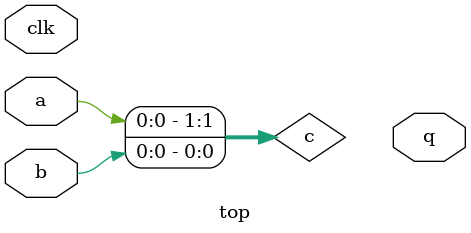
<source format=sv>
module top (
  input  clk,
  input  a,
  input  b,
  output q
);
  wire [1:0] c; // Многобитный сигнал(шина)

  assign c = {a, b}; // Конкатенация
endmodule

</source>
